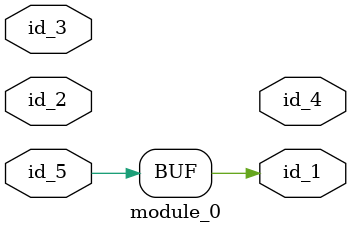
<source format=v>
module module_0 (
    id_1,
    id_2,
    id_3,
    id_4,
    id_5
);
  input id_5;
  output id_4;
  input id_3;
  inout id_2;
  output id_1;
  assign id_1 = id_5;
endmodule

</source>
